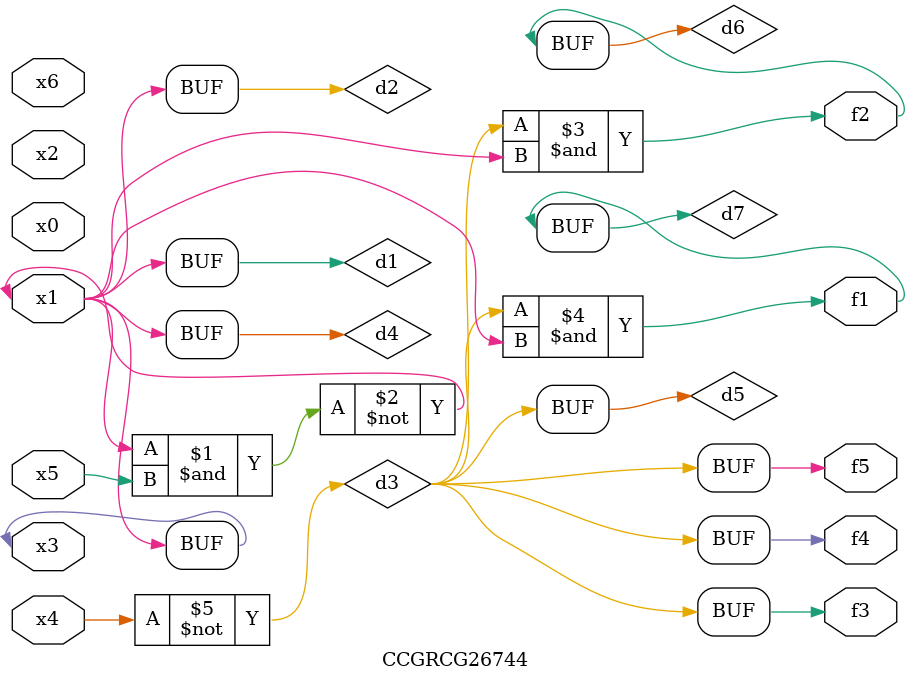
<source format=v>
module CCGRCG26744(
	input x0, x1, x2, x3, x4, x5, x6,
	output f1, f2, f3, f4, f5
);

	wire d1, d2, d3, d4, d5, d6, d7;

	buf (d1, x1, x3);
	nand (d2, x1, x5);
	not (d3, x4);
	buf (d4, d1, d2);
	buf (d5, d3);
	and (d6, d3, d4);
	and (d7, d3, d4);
	assign f1 = d7;
	assign f2 = d6;
	assign f3 = d5;
	assign f4 = d5;
	assign f5 = d5;
endmodule

</source>
